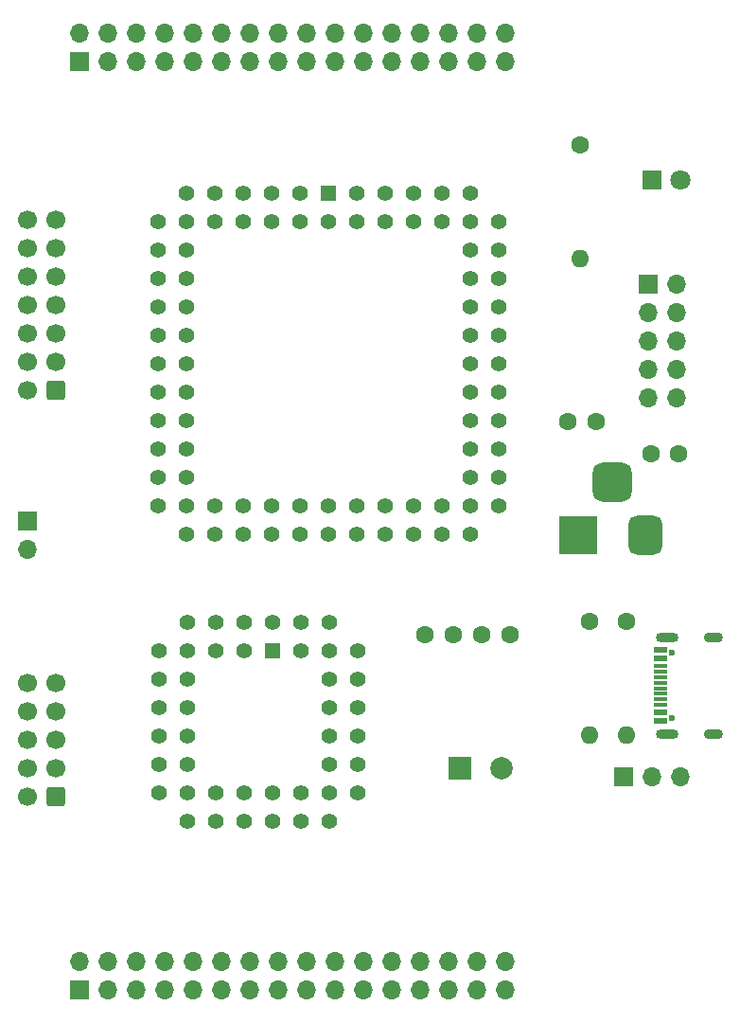
<source format=gbr>
%TF.GenerationSoftware,KiCad,Pcbnew,7.0.9*%
%TF.CreationDate,2024-03-10T01:22:23+00:00*%
%TF.ProjectId,ATF15xxProgBoard,41544631-3578-4785-9072-6f67426f6172,rev?*%
%TF.SameCoordinates,Original*%
%TF.FileFunction,Soldermask,Top*%
%TF.FilePolarity,Negative*%
%FSLAX46Y46*%
G04 Gerber Fmt 4.6, Leading zero omitted, Abs format (unit mm)*
G04 Created by KiCad (PCBNEW 7.0.9) date 2024-03-10 01:22:23*
%MOMM*%
%LPD*%
G01*
G04 APERTURE LIST*
G04 Aperture macros list*
%AMRoundRect*
0 Rectangle with rounded corners*
0 $1 Rounding radius*
0 $2 $3 $4 $5 $6 $7 $8 $9 X,Y pos of 4 corners*
0 Add a 4 corners polygon primitive as box body*
4,1,4,$2,$3,$4,$5,$6,$7,$8,$9,$2,$3,0*
0 Add four circle primitives for the rounded corners*
1,1,$1+$1,$2,$3*
1,1,$1+$1,$4,$5*
1,1,$1+$1,$6,$7*
1,1,$1+$1,$8,$9*
0 Add four rect primitives between the rounded corners*
20,1,$1+$1,$2,$3,$4,$5,0*
20,1,$1+$1,$4,$5,$6,$7,0*
20,1,$1+$1,$6,$7,$8,$9,0*
20,1,$1+$1,$8,$9,$2,$3,0*%
G04 Aperture macros list end*
%ADD10O,1.600000X1.600000*%
%ADD11C,1.600000*%
%ADD12O,1.700000X1.700000*%
%ADD13R,1.700000X1.700000*%
%ADD14O,1.700000X0.900000*%
%ADD15O,2.000000X0.900000*%
%ADD16R,1.160000X0.600000*%
%ADD17R,1.160000X0.300000*%
%ADD18C,0.600000*%
%ADD19R,1.422400X1.422400*%
%ADD20C,1.422400*%
%ADD21R,2.000000X2.000000*%
%ADD22C,2.000000*%
%ADD23RoundRect,0.250000X0.600000X0.600000X-0.600000X0.600000X-0.600000X-0.600000X0.600000X-0.600000X0*%
%ADD24C,1.700000*%
%ADD25R,1.800000X1.800000*%
%ADD26C,1.800000*%
%ADD27R,3.500000X3.500000*%
%ADD28RoundRect,0.750000X0.750000X1.000000X-0.750000X1.000000X-0.750000X-1.000000X0.750000X-1.000000X0*%
%ADD29RoundRect,0.875000X0.875000X0.875000X-0.875000X0.875000X-0.875000X-0.875000X0.875000X-0.875000X0*%
G04 APERTURE END LIST*
D10*
%TO.C,R1*%
X161220000Y-73040000D03*
D11*
X161220000Y-62880000D03*
%TD*%
D10*
%TO.C,R3*%
X165420000Y-115640000D03*
D11*
X165420000Y-105480000D03*
%TD*%
D10*
%TO.C,R2*%
X162060000Y-115640000D03*
D11*
X162060000Y-105480000D03*
%TD*%
D12*
%TO.C,J8*%
X169910000Y-85520000D03*
X167370000Y-85520000D03*
X169910000Y-82980000D03*
X167370000Y-82980000D03*
X169910000Y-80440000D03*
X167370000Y-80440000D03*
X169910000Y-77900000D03*
X167370000Y-77900000D03*
X169910000Y-75360000D03*
D13*
X167370000Y-75360000D03*
%TD*%
D12*
%TO.C,J7*%
X154550000Y-52930000D03*
X154550000Y-55470000D03*
X152010000Y-52930000D03*
X152010000Y-55470000D03*
X149470000Y-52930000D03*
X149470000Y-55470000D03*
X146930000Y-52930000D03*
X146930000Y-55470000D03*
X144390000Y-52930000D03*
X144390000Y-55470000D03*
X141850000Y-52930000D03*
X141850000Y-55470000D03*
X139310000Y-52930000D03*
X139310000Y-55470000D03*
X136770000Y-52930000D03*
X136770000Y-55470000D03*
X134230000Y-52930000D03*
X134230000Y-55470000D03*
X131690000Y-52930000D03*
X131690000Y-55470000D03*
X129150000Y-52930000D03*
X129150000Y-55470000D03*
X126610000Y-52930000D03*
X126610000Y-55470000D03*
X124070000Y-52930000D03*
X124070000Y-55470000D03*
X121530000Y-52930000D03*
X121530000Y-55470000D03*
X118990000Y-52930000D03*
X118990000Y-55470000D03*
X116450000Y-52930000D03*
D13*
X116450000Y-55470000D03*
%TD*%
%TO.C,J6*%
X116450000Y-138450000D03*
D12*
X116450000Y-135910000D03*
X118990000Y-138450000D03*
X118990000Y-135910000D03*
X121530000Y-138450000D03*
X121530000Y-135910000D03*
X124070000Y-138450000D03*
X124070000Y-135910000D03*
X126610000Y-138450000D03*
X126610000Y-135910000D03*
X129150000Y-138450000D03*
X129150000Y-135910000D03*
X131690000Y-138450000D03*
X131690000Y-135910000D03*
X134230000Y-138450000D03*
X134230000Y-135910000D03*
X136770000Y-138450000D03*
X136770000Y-135910000D03*
X139310000Y-138450000D03*
X139310000Y-135910000D03*
X141850000Y-138450000D03*
X141850000Y-135910000D03*
X144390000Y-138450000D03*
X144390000Y-135910000D03*
X146930000Y-138450000D03*
X146930000Y-135910000D03*
X149470000Y-138450000D03*
X149470000Y-135910000D03*
X152010000Y-138450000D03*
X152010000Y-135910000D03*
X154550000Y-138450000D03*
X154550000Y-135910000D03*
%TD*%
D14*
%TO.C,J3*%
X173170000Y-106900000D03*
D15*
X169000000Y-106900000D03*
D14*
X173170000Y-115540000D03*
D15*
X169000000Y-115540000D03*
D16*
X168420000Y-114420000D03*
X168420000Y-113620000D03*
D17*
X168420000Y-112970000D03*
X168420000Y-111970000D03*
X168420000Y-110470000D03*
X168420000Y-109470000D03*
D16*
X168420000Y-108820000D03*
X168420000Y-108020000D03*
X168420000Y-108020000D03*
X168420000Y-108820000D03*
D17*
X168420000Y-109970000D03*
X168420000Y-110970000D03*
X168420000Y-111470000D03*
X168420000Y-112470000D03*
D16*
X168420000Y-113620000D03*
X168420000Y-114420000D03*
D18*
X169480000Y-108330000D03*
X169480000Y-114110000D03*
%TD*%
D19*
%TO.C,U1*%
X133710000Y-108120000D03*
D20*
X131170000Y-105580000D03*
X131170000Y-108120000D03*
X128630000Y-105580000D03*
X128630000Y-108120000D03*
X126090000Y-105580000D03*
X123550000Y-108120000D03*
X126090000Y-108120000D03*
X123550000Y-110660000D03*
X126090000Y-110660000D03*
X123550000Y-113200000D03*
X126090000Y-113200000D03*
X123550000Y-115740000D03*
X126090000Y-115740000D03*
X123550000Y-118280000D03*
X126090000Y-118280000D03*
X123550000Y-120820000D03*
X126090000Y-123360000D03*
X126090000Y-120820000D03*
X128630000Y-123360000D03*
X128630000Y-120820000D03*
X131170000Y-123360000D03*
X131170000Y-120820000D03*
X133710000Y-123360000D03*
X133710000Y-120820000D03*
X136250000Y-123360000D03*
X136250000Y-120820000D03*
X138790000Y-123360000D03*
X141330000Y-120820000D03*
X138790000Y-120820000D03*
X141330000Y-118280000D03*
X138790000Y-118280000D03*
X141330000Y-115740000D03*
X138790000Y-115740000D03*
X141330000Y-113200000D03*
X138790000Y-113200000D03*
X141330000Y-110660000D03*
X138790000Y-110660000D03*
X141330000Y-108120000D03*
X138790000Y-105580000D03*
X138790000Y-108120000D03*
X136250000Y-105580000D03*
X136250000Y-108120000D03*
X133710000Y-105580000D03*
%TD*%
D19*
%TO.C,U2*%
X138690000Y-67260000D03*
D20*
X138690000Y-69800000D03*
X136150000Y-67260000D03*
X136150000Y-69800000D03*
X133610000Y-67260000D03*
X133610000Y-69800000D03*
X131070000Y-67260000D03*
X131070000Y-69800000D03*
X128530000Y-67260000D03*
X128530000Y-69800000D03*
X125990000Y-67260000D03*
X123450000Y-69800000D03*
X125990000Y-69800000D03*
X123450000Y-72340000D03*
X125990000Y-72340000D03*
X123450000Y-74880000D03*
X125990000Y-74880000D03*
X123450000Y-77420000D03*
X125990000Y-77420000D03*
X123450000Y-79960000D03*
X125990000Y-79960000D03*
X123450000Y-82500000D03*
X125990000Y-82500000D03*
X123450000Y-85040000D03*
X125990000Y-85040000D03*
X123450000Y-87580000D03*
X125990000Y-87580000D03*
X123450000Y-90120000D03*
X125990000Y-90120000D03*
X123450000Y-92660000D03*
X125990000Y-92660000D03*
X123450000Y-95200000D03*
X125990000Y-97740000D03*
X125990000Y-95200000D03*
X128530000Y-97740000D03*
X128530000Y-95200000D03*
X131070000Y-97740000D03*
X131070000Y-95200000D03*
X133610000Y-97740000D03*
X133610000Y-95200000D03*
X136150000Y-97740000D03*
X136150000Y-95200000D03*
X138690000Y-97740000D03*
X138690000Y-95200000D03*
X141230000Y-97740000D03*
X141230000Y-95200000D03*
X143770000Y-97740000D03*
X143770000Y-95200000D03*
X146310000Y-97740000D03*
X146310000Y-95200000D03*
X148850000Y-97740000D03*
X148850000Y-95200000D03*
X151390000Y-97740000D03*
X153930000Y-95200000D03*
X151390000Y-95200000D03*
X153930000Y-92660000D03*
X151390000Y-92660000D03*
X153930000Y-90120000D03*
X151390000Y-90120000D03*
X153930000Y-87580000D03*
X151390000Y-87580000D03*
X153930000Y-85040000D03*
X151390000Y-85040000D03*
X153930000Y-82500000D03*
X151390000Y-82500000D03*
X153930000Y-79960000D03*
X151390000Y-79960000D03*
X153930000Y-77420000D03*
X151390000Y-77420000D03*
X153930000Y-74880000D03*
X151390000Y-74880000D03*
X153930000Y-72340000D03*
X151390000Y-72340000D03*
X153930000Y-69800000D03*
X151390000Y-67260000D03*
X151390000Y-69800000D03*
X148850000Y-67260000D03*
X148850000Y-69800000D03*
X146310000Y-67260000D03*
X146310000Y-69800000D03*
X143770000Y-67260000D03*
X143770000Y-69800000D03*
X141230000Y-67260000D03*
X141230000Y-69800000D03*
%TD*%
D11*
%TO.C,C3*%
X167570000Y-90500000D03*
X170070000Y-90500000D03*
%TD*%
D21*
%TO.C,C1*%
X150442323Y-118660000D03*
D22*
X154242323Y-118660000D03*
%TD*%
D23*
%TO.C,J2*%
X114300000Y-84840000D03*
D24*
X111760000Y-84840000D03*
X114300000Y-82300000D03*
X111760000Y-82300000D03*
X114300000Y-79760000D03*
X111760000Y-79760000D03*
X114300000Y-77220000D03*
X111760000Y-77220000D03*
X114300000Y-74680000D03*
X111760000Y-74680000D03*
X114300000Y-72140000D03*
X111760000Y-72140000D03*
X114300000Y-69600000D03*
X111760000Y-69600000D03*
%TD*%
D25*
%TO.C,LED1*%
X167640000Y-66040000D03*
D26*
X170180000Y-66040000D03*
%TD*%
D11*
%TO.C,C2*%
X160140000Y-87630000D03*
X162640000Y-87630000D03*
%TD*%
D13*
%TO.C,J4*%
X165100000Y-119380000D03*
D12*
X167640000Y-119380000D03*
X170180000Y-119380000D03*
%TD*%
D11*
%TO.C,C4*%
X147360000Y-106680000D03*
X149860000Y-106680000D03*
%TD*%
%TO.C,C5*%
X152440000Y-106680000D03*
X154940000Y-106680000D03*
%TD*%
D12*
%TO.C,JP1*%
X111760000Y-99060000D03*
D13*
X111760000Y-96520000D03*
%TD*%
D23*
%TO.C,J1*%
X114300000Y-121120000D03*
D24*
X111760000Y-121120000D03*
X114300000Y-118580000D03*
X111760000Y-118580000D03*
X114300000Y-116040000D03*
X111760000Y-116040000D03*
X114300000Y-113500000D03*
X111760000Y-113500000D03*
X114300000Y-110960000D03*
X111760000Y-110960000D03*
%TD*%
D27*
%TO.C,J5*%
X161100000Y-97787500D03*
D28*
X167100000Y-97787500D03*
D29*
X164100000Y-93087500D03*
%TD*%
M02*

</source>
